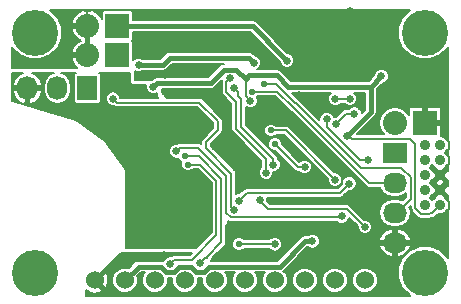
<source format=gbr>
%FSLAX46Y46*%
G04 Gerber Fmt 4.6, Leading zero omitted, Abs format (unit mm)*
G04 Created by KiCad (PCBNEW (2014-08-29 BZR 5106)-product) date Mon 17 Nov 2014 11:31:44 AM PST*
%MOMM*%
G01*
G04 APERTURE LIST*
%ADD10C,0.100000*%
%ADD11R,2.032000X2.032000*%
%ADD12O,2.032000X2.032000*%
%ADD13R,2.032000X1.727200*%
%ADD14O,2.032000X1.727200*%
%ADD15C,1.524000*%
%ADD16C,3.900000*%
%ADD17R,1.727200X2.032000*%
%ADD18O,1.727200X2.032000*%
%ADD19C,0.889000*%
%ADD20C,0.635000*%
%ADD21C,0.558800*%
%ADD22C,0.203200*%
%ADD23C,0.254000*%
%ADD24C,0.381000*%
%ADD25C,0.304800*%
G04 APERTURE END LIST*
D10*
D11*
X111125000Y-106045000D03*
D12*
X108585000Y-106045000D03*
D11*
X111125000Y-103568500D03*
D12*
X108585000Y-103568500D03*
D13*
X134620000Y-114300000D03*
D14*
X134620000Y-116840000D03*
X134620000Y-119380000D03*
X134620000Y-121920000D03*
D15*
X109220000Y-125095000D03*
X111760000Y-125095000D03*
X114300000Y-125095000D03*
X116840000Y-125095000D03*
X119380000Y-125095000D03*
X121920000Y-125095000D03*
X124460000Y-125095000D03*
X127000000Y-125095000D03*
X129540000Y-125095000D03*
X132080000Y-125095000D03*
D11*
X137160000Y-111760000D03*
D12*
X134620000Y-111760000D03*
D16*
X137160000Y-124460000D03*
X104140000Y-124460000D03*
X137160000Y-104140000D03*
X104140000Y-104140000D03*
D17*
X108585000Y-108839000D03*
D18*
X106045000Y-108839000D03*
X103505000Y-108839000D03*
D19*
X138430000Y-118745000D03*
X137160000Y-118745000D03*
X138430000Y-117475000D03*
X137160000Y-117475000D03*
X138430000Y-116205000D03*
X137160000Y-116205000D03*
X138430000Y-114935000D03*
X137160000Y-114935000D03*
X138430000Y-113665000D03*
X137160000Y-113665000D03*
D20*
X113822480Y-102834440D03*
X115189000Y-107706632D03*
X115138200Y-109118893D03*
X126674880Y-114630200D03*
X118881838Y-107052117D03*
X126492000Y-109435900D03*
X124142500Y-106426000D03*
X126428500Y-107950000D03*
X114858800Y-105765600D03*
X113982500Y-105791000D03*
D21*
X119380000Y-104648000D03*
X118682602Y-105537000D03*
D20*
X122428000Y-104648000D03*
X102489000Y-106807000D03*
X131127500Y-117665500D03*
X132651500Y-118808500D03*
X126365000Y-105791000D03*
X127508000Y-103124000D03*
X128587500Y-114173000D03*
X127154290Y-112471190D03*
X133794500Y-109093000D03*
X134620000Y-102997000D03*
X128143000Y-105537000D03*
X131783698Y-110405302D03*
X136906000Y-107950000D03*
X137795000Y-108712000D03*
X122936000Y-120650000D03*
X120904000Y-120650000D03*
X130806638Y-102293037D03*
X134366000Y-106997500D03*
X133350000Y-103936798D03*
X112839500Y-107696000D03*
X138303000Y-121793000D03*
X134239000Y-125349000D03*
X134366000Y-106045000D03*
X125349000Y-116840000D03*
X119380000Y-113792000D03*
X121158000Y-115570000D03*
X120650000Y-114300000D03*
X120650000Y-112649000D03*
X122301000Y-114300000D03*
X128378059Y-116840000D03*
X131318000Y-107569000D03*
X130175000Y-107569000D03*
X124206000Y-110744000D03*
X119662854Y-109254615D03*
X115064589Y-122986800D03*
X132548302Y-112434698D03*
X130683000Y-121666000D03*
X125222000Y-120650000D03*
X124587000Y-118364000D03*
X127635000Y-121793000D03*
X122383581Y-109918500D03*
X130592194Y-112866787D03*
X114173000Y-108712000D03*
X133477000Y-107823000D03*
X129603500Y-111887000D03*
X131191000Y-110998000D03*
X107823000Y-111252000D03*
X110236000Y-113157000D03*
X113351954Y-113660546D03*
X111252000Y-111633000D03*
X118427396Y-111378950D03*
X116078000Y-115189000D03*
X114300000Y-115633500D03*
X112141000Y-115570000D03*
X118618000Y-121158000D03*
X116332000Y-120142000D03*
X114427000Y-120142000D03*
X112141000Y-120015000D03*
X112141000Y-122047000D03*
X114300000Y-122047000D03*
X118618000Y-119126000D03*
X117221000Y-117729000D03*
X115697000Y-118364000D03*
D21*
X116662941Y-112922188D03*
X116594962Y-110672301D03*
X115443000Y-112928390D03*
X114808000Y-112141000D03*
X118872000Y-117348000D03*
D20*
X114808000Y-117475000D03*
X112522000Y-117475000D03*
X113665000Y-118364000D03*
X112649000Y-110871000D03*
X116332000Y-122047000D03*
X117549104Y-116065310D03*
X115570000Y-116522500D03*
X120660087Y-107967581D03*
X123703759Y-116001820D03*
X120970954Y-108832983D03*
X124320320Y-115316000D03*
X122682000Y-106680000D03*
X112909108Y-106860694D03*
D21*
X122553982Y-109119510D03*
X123571000Y-108458000D03*
D20*
X121397312Y-118370525D03*
X130746500Y-116903500D03*
D21*
X117101271Y-115301458D03*
D20*
X115570000Y-123698000D03*
D21*
X116806861Y-114598618D03*
D20*
X118110000Y-123647200D03*
D21*
X121412000Y-122047000D03*
D20*
X124460000Y-122047000D03*
X126974621Y-115500140D03*
D21*
X124463267Y-113582160D03*
D20*
X129540000Y-116586000D03*
D21*
X124121474Y-112415332D03*
D20*
X123190030Y-118336043D03*
X132080000Y-120586500D03*
X130810000Y-109728000D03*
X129565379Y-109738960D03*
X120967500Y-119126000D03*
X110744000Y-109728000D03*
X116078000Y-114173000D03*
X128841500Y-111442500D03*
X132368182Y-114947690D03*
X130111500Y-119684820D03*
X125476000Y-106489500D03*
D22*
X113223040Y-102235000D02*
X113504981Y-102516941D01*
X108585000Y-102235000D02*
X113223040Y-102235000D01*
X113504981Y-102516941D02*
X113822480Y-102834440D01*
X114739988Y-107706632D02*
X115189000Y-107706632D01*
X115273922Y-109254615D02*
X115138200Y-109118893D01*
X112877600Y-107696000D02*
X112888232Y-107706632D01*
X112888232Y-107706632D02*
X114739988Y-107706632D01*
X119662854Y-109254615D02*
X115273922Y-109254615D01*
X138430000Y-117475000D02*
X139065000Y-118110000D01*
X139065000Y-119211448D02*
X139065000Y-119786398D01*
X139065000Y-118110000D02*
X139065000Y-118278552D01*
X139065000Y-118278552D02*
X139174221Y-118387773D01*
X139174221Y-118387773D02*
X139174221Y-119102227D01*
X139174221Y-119102227D02*
X139065000Y-119211448D01*
X139065000Y-119786398D02*
X139115801Y-119837199D01*
X138430000Y-116205000D02*
X139065000Y-115570000D01*
X139065000Y-114131448D02*
X139174221Y-114022227D01*
X139065000Y-115570000D02*
X139065000Y-115401448D01*
X139174221Y-114022227D02*
X139174221Y-113307773D01*
X139065000Y-115401448D02*
X139174221Y-115292227D01*
X139174221Y-115292227D02*
X139174221Y-114577773D01*
X139174221Y-114577773D02*
X139065000Y-114468552D01*
X139065000Y-114468552D02*
X139065000Y-114131448D01*
X139174221Y-113307773D02*
X139065000Y-113198552D01*
X139065000Y-113198552D02*
X139065000Y-112623602D01*
X139065000Y-112623602D02*
X139115801Y-112572801D01*
D23*
X122428000Y-104648000D02*
X122428000Y-104711500D01*
X122428000Y-104711500D02*
X124142500Y-106426000D01*
D22*
X126428500Y-107950000D02*
X125984000Y-107950000D01*
X125984000Y-107950000D02*
X125412500Y-107378500D01*
D24*
X128397000Y-107315000D02*
X129921000Y-107315000D01*
X129921000Y-107315000D02*
X130175000Y-107569000D01*
D22*
X114858800Y-105316588D02*
X114858800Y-105765600D01*
X114858800Y-105305156D02*
X114858800Y-105316588D01*
X114663572Y-105109928D02*
X114858800Y-105305156D01*
X114663572Y-105109928D02*
X114299999Y-105473501D01*
X115260198Y-104513302D02*
X114663572Y-105109928D01*
X114299999Y-105473501D02*
X113982500Y-105791000D01*
X115628988Y-104513302D02*
X115260198Y-104513302D01*
X115316000Y-104394000D02*
X115526297Y-104394000D01*
X115526297Y-104394000D02*
X119126000Y-104394000D01*
X116078000Y-104513302D02*
X115628988Y-104513302D01*
X115628988Y-104513302D02*
X115526297Y-104410611D01*
X115526297Y-104410611D02*
X115526297Y-104394000D01*
X122745499Y-104965499D02*
X122904505Y-104965499D01*
X122428000Y-104648000D02*
X122745499Y-104965499D01*
X122904505Y-104965499D02*
X125050807Y-107111801D01*
X125050807Y-107111801D02*
X125774705Y-107111801D01*
X119126000Y-104394000D02*
X119380000Y-104648000D01*
X132651500Y-118808500D02*
X132270500Y-118808500D01*
X132270500Y-118808500D02*
X131127500Y-117665500D01*
D23*
X132969000Y-123317000D02*
X132969000Y-121894715D01*
D22*
X134442315Y-121894715D02*
X132969000Y-121894715D01*
D23*
X132969000Y-121894715D02*
X132969000Y-121412000D01*
D22*
X134467600Y-121920000D02*
X134442315Y-121894715D01*
X134620000Y-121920000D02*
X134467600Y-121920000D01*
X125158500Y-110744000D02*
X128270001Y-113855501D01*
X124206000Y-110744000D02*
X125158500Y-110744000D01*
X128270001Y-113855501D02*
X128587500Y-114173000D01*
X126365000Y-105410000D02*
X126365000Y-107569000D01*
X126365000Y-107569000D02*
X126428500Y-107632500D01*
X126365000Y-106521506D02*
X126365000Y-105859012D01*
X125774705Y-107111801D02*
X126365000Y-106521506D01*
X126365000Y-105859012D02*
X126365000Y-105410000D01*
X134620000Y-102997000D02*
X134620000Y-105791000D01*
X134620000Y-105791000D02*
X134366000Y-106045000D01*
X133350000Y-103936798D02*
X132450399Y-103936798D01*
X132450399Y-103936798D02*
X130806638Y-102293037D01*
X128016000Y-105270298D02*
X130806638Y-102479660D01*
X130806638Y-102479660D02*
X130806638Y-102293037D01*
X128016000Y-105270298D02*
X126504702Y-105270298D01*
X126504702Y-105270298D02*
X126365000Y-105410000D01*
X137795000Y-108712000D02*
X137668000Y-108712000D01*
X137668000Y-108712000D02*
X136906000Y-107950000D01*
X120904000Y-120650000D02*
X122936000Y-120650000D01*
X133916988Y-106997500D02*
X134366000Y-106997500D01*
X131889500Y-106997500D02*
X133916988Y-106997500D01*
X131318000Y-107569000D02*
X131889500Y-106997500D01*
D23*
X137083810Y-120573810D02*
X138303000Y-121793000D01*
X132969000Y-121412000D02*
X133807190Y-120573810D01*
X133807190Y-120573810D02*
X137083810Y-120573810D01*
X134239000Y-124587000D02*
X132969000Y-123317000D01*
X134239000Y-125349000D02*
X134239000Y-124587000D01*
D22*
X108585000Y-103568500D02*
X108585000Y-102235000D01*
X108585000Y-102235000D02*
X107315000Y-102235000D01*
X107315000Y-102235000D02*
X106870500Y-102679500D01*
D25*
X106997500Y-106045000D02*
X108585000Y-106045000D01*
X106870500Y-102679500D02*
X106870500Y-104330500D01*
X106870500Y-104330500D02*
X106934000Y-104394000D01*
X106934000Y-104394000D02*
X106934000Y-105981500D01*
X106934000Y-105981500D02*
X106997500Y-106045000D01*
D22*
X108585000Y-106045000D02*
X108585000Y-104608160D01*
X108585000Y-104608160D02*
X108585000Y-103505000D01*
X119380000Y-113792000D02*
X121158000Y-115570000D01*
X122301000Y-114300000D02*
X120650000Y-112649000D01*
X125349000Y-116840000D02*
X128378059Y-116840000D01*
X130175000Y-107569000D02*
X131318000Y-107569000D01*
X119980353Y-109572114D02*
X119662854Y-109254615D01*
X120650000Y-110241761D02*
X119980353Y-109572114D01*
X120650000Y-112649000D02*
X120650000Y-110241761D01*
X111328200Y-122986800D02*
X115064589Y-122986800D01*
X109220000Y-125095000D02*
X111328200Y-122986800D01*
X133794500Y-109542012D02*
X133350000Y-109986512D01*
X133794500Y-109093000D02*
X133794500Y-109542012D01*
X133350000Y-111075214D02*
X132548302Y-111876912D01*
X132548302Y-111876912D02*
X132548302Y-112434698D01*
X133350000Y-109986512D02*
X133350000Y-111075214D01*
X130683000Y-121666000D02*
X129667000Y-120650000D01*
X122936000Y-120650000D02*
X125222000Y-120650000D01*
X129667000Y-120650000D02*
X125671012Y-120650000D01*
X125671012Y-120650000D02*
X125222000Y-120650000D01*
X131127500Y-117665500D02*
X130429000Y-118364000D01*
X130429000Y-118364000D02*
X125036012Y-118364000D01*
X125036012Y-118364000D02*
X124587000Y-118364000D01*
D24*
X120180229Y-107256380D02*
X121158226Y-107256380D01*
X121158226Y-107256380D02*
X121969183Y-108067337D01*
X119023856Y-108412753D02*
X120180229Y-107256380D01*
X114472247Y-108412753D02*
X119023856Y-108412753D01*
X114173000Y-108712000D02*
X114472247Y-108412753D01*
D22*
X130592194Y-112866787D02*
X130710287Y-112866787D01*
X137744199Y-119430801D02*
X138049001Y-119125999D01*
X130710287Y-112866787D02*
X130964286Y-113120786D01*
X130964286Y-113120786D02*
X135869028Y-113120786D01*
X136347220Y-113598978D02*
X136347220Y-118948220D01*
X138049001Y-119125999D02*
X138430000Y-118745000D01*
X135869028Y-113120786D02*
X136347220Y-113598978D01*
X136347220Y-118948220D02*
X136415779Y-119016779D01*
X136415779Y-119102227D02*
X136802773Y-119489221D01*
X136415779Y-119016779D02*
X136415779Y-119102227D01*
X136802773Y-119489221D02*
X137517227Y-119489221D01*
X137517227Y-119489221D02*
X137575647Y-119430801D01*
X137575647Y-119430801D02*
X137744199Y-119430801D01*
D24*
X124631942Y-107740942D02*
X125595379Y-108704379D01*
X132580379Y-108704379D02*
X132588000Y-108712000D01*
X121969183Y-108067337D02*
X122295578Y-107740942D01*
X122295578Y-107740942D02*
X124631942Y-107740942D01*
X125595379Y-108704379D02*
X132580379Y-108704379D01*
X111760000Y-125095000D02*
X112915701Y-123939299D01*
X118414800Y-124409200D02*
X118884701Y-123939299D01*
X112915701Y-123939299D02*
X114795299Y-123939299D01*
X114795299Y-123939299D02*
X115265201Y-124409201D01*
X115265201Y-124409201D02*
X115874799Y-124409201D01*
X117335299Y-123939299D02*
X117805200Y-124409200D01*
X124853701Y-123939299D02*
X127000000Y-121793000D01*
X127127000Y-121793000D02*
X127635000Y-121793000D01*
X115874799Y-124409201D02*
X116344701Y-123939299D01*
X116344701Y-123939299D02*
X117335299Y-123939299D01*
X117805200Y-124409200D02*
X118414800Y-124409200D01*
X118884701Y-123939299D02*
X124853701Y-123939299D01*
X127000000Y-121793000D02*
X127127000Y-121793000D01*
D22*
X122383581Y-109918500D02*
X121969183Y-109504102D01*
X121969183Y-109504102D02*
X121969183Y-108067337D01*
D24*
X132588000Y-110870981D02*
X130909693Y-112549288D01*
X130909693Y-112549288D02*
X130592194Y-112866787D01*
X132588000Y-108712000D02*
X132588000Y-110870981D01*
X132588000Y-108712000D02*
X133477000Y-107823000D01*
D22*
X131191000Y-110998000D02*
X130492500Y-110998000D01*
X130492500Y-110998000D02*
X129920999Y-111569501D01*
X129920999Y-111569501D02*
X129603500Y-111887000D01*
X108272012Y-111252000D02*
X107823000Y-111252000D01*
X108331000Y-111252000D02*
X108272012Y-111252000D01*
X110236000Y-113157000D02*
X108331000Y-111252000D01*
X113279546Y-113660546D02*
X113351954Y-113660546D01*
X111252000Y-111633000D02*
X113279546Y-113660546D01*
X114300000Y-115633500D02*
X115633500Y-115633500D01*
X115633500Y-115633500D02*
X116078000Y-115189000D01*
X115443000Y-112928390D02*
X115163601Y-113207789D01*
X115163601Y-113207789D02*
X114503211Y-113207789D01*
X114503211Y-113207789D02*
X112141000Y-115570000D01*
X118300501Y-121475499D02*
X118618000Y-121158000D01*
X117729000Y-122047000D02*
X118300501Y-121475499D01*
X116332000Y-122047000D02*
X117729000Y-122047000D01*
X116332000Y-120142000D02*
X116649499Y-119824501D01*
X116649499Y-119824501D02*
X116649499Y-119316499D01*
X116649499Y-119316499D02*
X116014499Y-118681499D01*
X116014499Y-118681499D02*
X115697000Y-118364000D01*
X112141000Y-120015000D02*
X112590012Y-120015000D01*
X112590012Y-120015000D02*
X112717012Y-120142000D01*
X112717012Y-120142000D02*
X114427000Y-120142000D01*
X114300000Y-122047000D02*
X112141000Y-122047000D01*
X117221000Y-117729000D02*
X118618000Y-119126000D01*
X117221000Y-117729000D02*
X116332000Y-117729000D01*
X116332000Y-117729000D02*
X115697000Y-118364000D01*
X115697000Y-118364000D02*
X114808000Y-117475000D01*
X116656739Y-112922188D02*
X116662941Y-112922188D01*
X116594962Y-112854209D02*
X116662941Y-112922188D01*
X116594962Y-110672301D02*
X116594962Y-112854209D01*
X116637551Y-112903000D02*
X116656739Y-112922188D01*
X115443000Y-112776000D02*
X114808000Y-112141000D01*
X115443000Y-112928390D02*
X115443000Y-112776000D01*
X117314461Y-116058592D02*
X116533053Y-116840000D01*
X117709592Y-116058592D02*
X117314461Y-116058592D01*
X112776000Y-117475000D02*
X113665000Y-118364000D01*
X112522000Y-117475000D02*
X112776000Y-117475000D01*
X112649000Y-110871000D02*
X113919000Y-110871000D01*
X113919000Y-111252000D02*
X114808000Y-112141000D01*
X113919000Y-110871000D02*
X113919000Y-111252000D01*
X123698000Y-115996061D02*
X123703759Y-116001820D01*
X123698000Y-114811250D02*
X123698000Y-115996061D01*
X121157980Y-112271230D02*
X123698000Y-114811250D01*
X121157979Y-109974203D02*
X121157980Y-112271230D01*
X120342588Y-108285080D02*
X120342588Y-109158812D01*
X120342588Y-109158812D02*
X121157979Y-109974203D01*
X120660087Y-107967581D02*
X120342588Y-108285080D01*
X124320320Y-114858820D02*
X124320320Y-114866988D01*
X124320320Y-114866988D02*
X124320320Y-115316000D01*
X121564389Y-109729900D02*
X121564389Y-112102889D01*
X120970954Y-108832983D02*
X121288453Y-109150482D01*
X121288453Y-109453964D02*
X121564389Y-109729900D01*
X121288453Y-109150482D02*
X121288453Y-109453964D01*
X121564389Y-112102889D02*
X124320320Y-114858820D01*
D24*
X122682000Y-106680000D02*
X122270520Y-106268520D01*
X122270520Y-106268520D02*
X115535966Y-106268520D01*
X115535966Y-106268520D02*
X114943792Y-106860694D01*
X114943792Y-106860694D02*
X113358120Y-106860694D01*
X113358120Y-106860694D02*
X112909108Y-106860694D01*
D22*
X124656456Y-109119510D02*
X122949113Y-109119510D01*
X134620000Y-116840000D02*
X132422494Y-116840000D01*
X126075045Y-110492551D02*
X126029496Y-110492550D01*
X122949113Y-109119510D02*
X122553982Y-109119510D01*
X132422494Y-116840000D02*
X126075045Y-110492551D01*
X126029496Y-110492550D02*
X124656456Y-109119510D01*
X124562512Y-108458000D02*
X123966131Y-108458000D01*
X126195733Y-110091221D02*
X124562512Y-108458000D01*
X135940810Y-116356029D02*
X135154781Y-115570000D01*
X134620000Y-119380000D02*
X134772400Y-119380000D01*
X135154781Y-115570000D02*
X131727244Y-115570000D01*
X134772400Y-119380000D02*
X135940810Y-118211590D01*
X135940810Y-118211590D02*
X135940810Y-116356029D01*
X126248465Y-110091221D02*
X126195733Y-110091221D01*
X131727244Y-115570000D02*
X126248465Y-110091221D01*
X123966131Y-108458000D02*
X123571000Y-108458000D01*
X122054095Y-117713742D02*
X121714811Y-118053026D01*
X130746500Y-116903500D02*
X129936258Y-117713742D01*
X121714811Y-118053026D02*
X121397312Y-118370525D01*
X129936258Y-117713742D02*
X122054095Y-117713742D01*
X115570000Y-123698000D02*
X115887500Y-123380500D01*
X115887500Y-123380500D02*
X117411500Y-123380500D01*
X117411500Y-123380500D02*
X119507000Y-121285000D01*
X119507000Y-121285000D02*
X119507000Y-116713000D01*
X119507000Y-116713000D02*
X118095458Y-115301458D01*
X118095458Y-115301458D02*
X117101271Y-115301458D01*
X116806861Y-114598618D02*
X118021118Y-114598618D01*
X119913409Y-121894591D02*
X118681499Y-123126501D01*
X118021118Y-114598618D02*
X119913409Y-116490909D01*
X119913409Y-116490909D02*
X119913409Y-121894591D01*
X118745000Y-123190000D02*
X118681499Y-123126501D01*
X118632245Y-123126501D02*
X118681499Y-123126501D01*
X118111546Y-123647200D02*
X118632245Y-123126501D01*
X118110000Y-123647200D02*
X118111546Y-123647200D01*
X121412000Y-122047000D02*
X124460000Y-122047000D01*
X126525609Y-115500140D02*
X126974621Y-115500140D01*
X124463267Y-113582160D02*
X126381247Y-115500140D01*
X126381247Y-115500140D02*
X126525609Y-115500140D01*
X129540000Y-116586000D02*
X125369332Y-112415332D01*
X125369332Y-112415332D02*
X124516605Y-112415332D01*
X124516605Y-112415332D02*
X124121474Y-112415332D01*
X123190030Y-118364030D02*
X123190030Y-118336043D01*
X123888500Y-119062500D02*
X123190030Y-118364030D01*
X130556000Y-119062500D02*
X123888500Y-119062500D01*
X132080000Y-120586500D02*
X130556000Y-119062500D01*
X130799040Y-109738960D02*
X130810000Y-109728000D01*
X129565379Y-109738960D02*
X130799040Y-109738960D01*
X129667000Y-109728000D02*
X130810000Y-109728000D01*
X119634000Y-112395000D02*
X119634000Y-111633000D01*
X118618000Y-113919000D02*
X118618000Y-113411000D01*
X120772202Y-118930702D02*
X120772202Y-116073202D01*
X119634000Y-111633000D02*
X118046499Y-110045499D01*
X120772202Y-116073202D02*
X118618000Y-113919000D01*
X120967500Y-119126000D02*
X120772202Y-118930702D01*
X118046499Y-110045499D02*
X111061499Y-110045499D01*
X118618000Y-113411000D02*
X119634000Y-112395000D01*
X111061499Y-110045499D02*
X110744000Y-109728000D01*
X131679684Y-114947690D02*
X131919170Y-114947690D01*
X128841500Y-111442500D02*
X128841500Y-112109506D01*
X128841500Y-112109506D02*
X131679684Y-114947690D01*
X131919170Y-114947690D02*
X132368182Y-114947690D01*
X130035320Y-119761000D02*
X130111500Y-119684820D01*
X120713500Y-119761000D02*
X130035320Y-119761000D01*
X120319819Y-119367319D02*
X120713500Y-119761000D01*
X117919501Y-113855501D02*
X120319819Y-116255819D01*
X120319819Y-116255819D02*
X120319819Y-119367319D01*
X116395499Y-113855501D02*
X117919501Y-113855501D01*
X116078000Y-114173000D02*
X116395499Y-113855501D01*
D24*
X125158501Y-106172001D02*
X125476000Y-106489500D01*
X122580401Y-103593901D02*
X125158501Y-106172001D01*
X112547401Y-103593901D02*
X122580401Y-103593901D01*
X111125000Y-103568500D02*
X112522000Y-103568500D01*
X112522000Y-103568500D02*
X112547401Y-103593901D01*
D22*
G36*
X119227600Y-112226664D02*
X118330632Y-113123632D01*
X118242535Y-113255477D01*
X118211600Y-113411000D01*
X118211600Y-113546716D01*
X118196866Y-113561449D01*
X118075024Y-113480036D01*
X117919501Y-113449101D01*
X116395499Y-113449101D01*
X116239976Y-113480036D01*
X116134148Y-113550748D01*
X115954760Y-113550592D01*
X115725956Y-113645132D01*
X115550747Y-113820035D01*
X115455808Y-114048674D01*
X115455592Y-114296240D01*
X115550132Y-114525044D01*
X115725035Y-114700253D01*
X115953674Y-114795192D01*
X116201240Y-114795408D01*
X116248072Y-114776057D01*
X116311312Y-114929108D01*
X116475506Y-115093590D01*
X116543329Y-115121752D01*
X116517173Y-115184744D01*
X116516970Y-115417153D01*
X116605722Y-115631948D01*
X116769916Y-115796430D01*
X116984557Y-115885556D01*
X117216966Y-115885759D01*
X117431761Y-115797007D01*
X117521066Y-115707858D01*
X117927122Y-115707858D01*
X119100600Y-116881336D01*
X119100600Y-121039716D01*
X117813916Y-122326400D01*
X116332000Y-122326400D01*
X111861600Y-122326400D01*
X111861600Y-122174000D01*
X111861600Y-121920000D01*
X111861600Y-115790611D01*
X110054662Y-113338338D01*
X107615168Y-111540816D01*
X104709190Y-110662264D01*
X104709190Y-109182125D01*
X104635300Y-108991400D01*
X103657400Y-108991400D01*
X103657400Y-110111379D01*
X103844753Y-110162304D01*
X104221628Y-109977753D01*
X104544539Y-109628430D01*
X104709190Y-109182125D01*
X104709190Y-110662264D01*
X103352600Y-110252133D01*
X103352600Y-110111379D01*
X103352600Y-108991400D01*
X102374700Y-108991400D01*
X102300810Y-109182125D01*
X102465461Y-109628430D01*
X102788372Y-109977753D01*
X103165247Y-110162304D01*
X103352600Y-110111379D01*
X103352600Y-110252133D01*
X102209600Y-109906575D01*
X102209600Y-107543600D01*
X103108263Y-107543600D01*
X102788372Y-107700247D01*
X102465461Y-108049570D01*
X102300810Y-108495875D01*
X102374700Y-108686600D01*
X103352600Y-108686600D01*
X103352600Y-108666600D01*
X103657400Y-108666600D01*
X103657400Y-108686600D01*
X104635300Y-108686600D01*
X104709190Y-108495875D01*
X104544539Y-108049570D01*
X104221628Y-107700247D01*
X103901736Y-107543600D01*
X105787217Y-107543600D01*
X105597873Y-107581263D01*
X105218816Y-107834540D01*
X104965539Y-108213597D01*
X104876600Y-108660724D01*
X104876600Y-109017276D01*
X104965539Y-109464403D01*
X105218816Y-109843460D01*
X105597873Y-110096737D01*
X106045000Y-110185676D01*
X106492127Y-110096737D01*
X106871184Y-109843460D01*
X107124461Y-109464403D01*
X107213400Y-109017276D01*
X107213400Y-108660724D01*
X107124461Y-108213597D01*
X106871184Y-107834540D01*
X106492127Y-107581263D01*
X106302782Y-107543600D01*
X107599450Y-107543600D01*
X107548745Y-107564603D01*
X107463003Y-107650344D01*
X107416600Y-107762371D01*
X107416600Y-107883628D01*
X107416600Y-109915628D01*
X107463003Y-110027655D01*
X107548744Y-110113397D01*
X107660771Y-110159800D01*
X107782028Y-110159800D01*
X109509228Y-110159800D01*
X109621255Y-110113397D01*
X109706997Y-110027656D01*
X109753400Y-109915629D01*
X109753400Y-109794372D01*
X109753400Y-107762372D01*
X109706997Y-107650345D01*
X109621256Y-107564603D01*
X109570550Y-107543600D01*
X112166400Y-107543600D01*
X112166400Y-108373084D01*
X112217200Y-108423884D01*
X112217200Y-108508800D01*
X112302116Y-108508800D01*
X112352916Y-108559600D01*
X113562465Y-108559600D01*
X113550808Y-108587674D01*
X113550592Y-108835240D01*
X113645132Y-109064044D01*
X113820035Y-109239253D01*
X114048674Y-109334192D01*
X114296240Y-109334408D01*
X114452400Y-109269883D01*
X114452400Y-109516084D01*
X114575415Y-109639099D01*
X111366378Y-109639099D01*
X111366408Y-109604760D01*
X111271868Y-109375956D01*
X111096965Y-109200747D01*
X110868326Y-109105808D01*
X110620760Y-109105592D01*
X110391956Y-109200132D01*
X110216747Y-109375035D01*
X110121808Y-109603674D01*
X110121592Y-109851240D01*
X110216132Y-110080044D01*
X110391035Y-110255253D01*
X110619674Y-110350192D01*
X110800295Y-110350349D01*
X110905976Y-110420964D01*
X111061499Y-110451899D01*
X117878162Y-110451899D01*
X119227600Y-111801336D01*
X119227600Y-112226664D01*
X119227600Y-112226664D01*
G37*
X119227600Y-112226664D02*
X118330632Y-113123632D01*
X118242535Y-113255477D01*
X118211600Y-113411000D01*
X118211600Y-113546716D01*
X118196866Y-113561449D01*
X118075024Y-113480036D01*
X117919501Y-113449101D01*
X116395499Y-113449101D01*
X116239976Y-113480036D01*
X116134148Y-113550748D01*
X115954760Y-113550592D01*
X115725956Y-113645132D01*
X115550747Y-113820035D01*
X115455808Y-114048674D01*
X115455592Y-114296240D01*
X115550132Y-114525044D01*
X115725035Y-114700253D01*
X115953674Y-114795192D01*
X116201240Y-114795408D01*
X116248072Y-114776057D01*
X116311312Y-114929108D01*
X116475506Y-115093590D01*
X116543329Y-115121752D01*
X116517173Y-115184744D01*
X116516970Y-115417153D01*
X116605722Y-115631948D01*
X116769916Y-115796430D01*
X116984557Y-115885556D01*
X117216966Y-115885759D01*
X117431761Y-115797007D01*
X117521066Y-115707858D01*
X117927122Y-115707858D01*
X119100600Y-116881336D01*
X119100600Y-121039716D01*
X117813916Y-122326400D01*
X116332000Y-122326400D01*
X111861600Y-122326400D01*
X111861600Y-122174000D01*
X111861600Y-121920000D01*
X111861600Y-115790611D01*
X110054662Y-113338338D01*
X107615168Y-111540816D01*
X104709190Y-110662264D01*
X104709190Y-109182125D01*
X104635300Y-108991400D01*
X103657400Y-108991400D01*
X103657400Y-110111379D01*
X103844753Y-110162304D01*
X104221628Y-109977753D01*
X104544539Y-109628430D01*
X104709190Y-109182125D01*
X104709190Y-110662264D01*
X103352600Y-110252133D01*
X103352600Y-110111379D01*
X103352600Y-108991400D01*
X102374700Y-108991400D01*
X102300810Y-109182125D01*
X102465461Y-109628430D01*
X102788372Y-109977753D01*
X103165247Y-110162304D01*
X103352600Y-110111379D01*
X103352600Y-110252133D01*
X102209600Y-109906575D01*
X102209600Y-107543600D01*
X103108263Y-107543600D01*
X102788372Y-107700247D01*
X102465461Y-108049570D01*
X102300810Y-108495875D01*
X102374700Y-108686600D01*
X103352600Y-108686600D01*
X103352600Y-108666600D01*
X103657400Y-108666600D01*
X103657400Y-108686600D01*
X104635300Y-108686600D01*
X104709190Y-108495875D01*
X104544539Y-108049570D01*
X104221628Y-107700247D01*
X103901736Y-107543600D01*
X105787217Y-107543600D01*
X105597873Y-107581263D01*
X105218816Y-107834540D01*
X104965539Y-108213597D01*
X104876600Y-108660724D01*
X104876600Y-109017276D01*
X104965539Y-109464403D01*
X105218816Y-109843460D01*
X105597873Y-110096737D01*
X106045000Y-110185676D01*
X106492127Y-110096737D01*
X106871184Y-109843460D01*
X107124461Y-109464403D01*
X107213400Y-109017276D01*
X107213400Y-108660724D01*
X107124461Y-108213597D01*
X106871184Y-107834540D01*
X106492127Y-107581263D01*
X106302782Y-107543600D01*
X107599450Y-107543600D01*
X107548745Y-107564603D01*
X107463003Y-107650344D01*
X107416600Y-107762371D01*
X107416600Y-107883628D01*
X107416600Y-109915628D01*
X107463003Y-110027655D01*
X107548744Y-110113397D01*
X107660771Y-110159800D01*
X107782028Y-110159800D01*
X109509228Y-110159800D01*
X109621255Y-110113397D01*
X109706997Y-110027656D01*
X109753400Y-109915629D01*
X109753400Y-109794372D01*
X109753400Y-107762372D01*
X109706997Y-107650345D01*
X109621256Y-107564603D01*
X109570550Y-107543600D01*
X112166400Y-107543600D01*
X112166400Y-108373084D01*
X112217200Y-108423884D01*
X112217200Y-108508800D01*
X112302116Y-108508800D01*
X112352916Y-108559600D01*
X113562465Y-108559600D01*
X113550808Y-108587674D01*
X113550592Y-108835240D01*
X113645132Y-109064044D01*
X113820035Y-109239253D01*
X114048674Y-109334192D01*
X114296240Y-109334408D01*
X114452400Y-109269883D01*
X114452400Y-109516084D01*
X114575415Y-109639099D01*
X111366378Y-109639099D01*
X111366408Y-109604760D01*
X111271868Y-109375956D01*
X111096965Y-109200747D01*
X110868326Y-109105808D01*
X110620760Y-109105592D01*
X110391956Y-109200132D01*
X110216747Y-109375035D01*
X110121808Y-109603674D01*
X110121592Y-109851240D01*
X110216132Y-110080044D01*
X110391035Y-110255253D01*
X110619674Y-110350192D01*
X110800295Y-110350349D01*
X110905976Y-110420964D01*
X111061499Y-110451899D01*
X117878162Y-110451899D01*
X119227600Y-111801336D01*
X119227600Y-112226664D01*
G36*
X108757400Y-106197400D02*
X108737400Y-106197400D01*
X108737400Y-106217400D01*
X108432600Y-106217400D01*
X108432600Y-106197400D01*
X108432600Y-105892600D01*
X108432600Y-104842720D01*
X108432600Y-104770780D01*
X108432600Y-103720900D01*
X107311386Y-103720900D01*
X107262516Y-103932261D01*
X107392634Y-104246427D01*
X107742829Y-104651122D01*
X108053214Y-104806750D01*
X107742829Y-104962378D01*
X107392634Y-105367073D01*
X107262516Y-105681239D01*
X107311386Y-105892600D01*
X108432600Y-105892600D01*
X108432600Y-106197400D01*
X107311386Y-106197400D01*
X107262516Y-106408761D01*
X107392634Y-106722927D01*
X107707158Y-107086400D01*
X102209600Y-107086400D01*
X102209600Y-105372592D01*
X102227359Y-105415573D01*
X102861091Y-106050412D01*
X103689525Y-106394408D01*
X104586540Y-106395190D01*
X105415573Y-106052641D01*
X106050412Y-105418909D01*
X106394408Y-104590475D01*
X106395190Y-103693460D01*
X106052641Y-102864427D01*
X105418909Y-102229588D01*
X105370772Y-102209600D01*
X108432598Y-102209600D01*
X108432598Y-102294279D01*
X108221237Y-102246003D01*
X107742829Y-102485878D01*
X107392634Y-102890573D01*
X107262516Y-103204739D01*
X107311386Y-103416100D01*
X108432600Y-103416100D01*
X108432600Y-103396100D01*
X108737400Y-103396100D01*
X108737400Y-103416100D01*
X108757400Y-103416100D01*
X108757400Y-103720900D01*
X108737400Y-103720900D01*
X108737400Y-104770780D01*
X108737400Y-104842720D01*
X108737400Y-105892600D01*
X108757400Y-105892600D01*
X108757400Y-106197400D01*
X108757400Y-106197400D01*
G37*
X108757400Y-106197400D02*
X108737400Y-106197400D01*
X108737400Y-106217400D01*
X108432600Y-106217400D01*
X108432600Y-106197400D01*
X108432600Y-105892600D01*
X108432600Y-104842720D01*
X108432600Y-104770780D01*
X108432600Y-103720900D01*
X107311386Y-103720900D01*
X107262516Y-103932261D01*
X107392634Y-104246427D01*
X107742829Y-104651122D01*
X108053214Y-104806750D01*
X107742829Y-104962378D01*
X107392634Y-105367073D01*
X107262516Y-105681239D01*
X107311386Y-105892600D01*
X108432600Y-105892600D01*
X108432600Y-106197400D01*
X107311386Y-106197400D01*
X107262516Y-106408761D01*
X107392634Y-106722927D01*
X107707158Y-107086400D01*
X102209600Y-107086400D01*
X102209600Y-105372592D01*
X102227359Y-105415573D01*
X102861091Y-106050412D01*
X103689525Y-106394408D01*
X104586540Y-106395190D01*
X105415573Y-106052641D01*
X106050412Y-105418909D01*
X106394408Y-104590475D01*
X106395190Y-103693460D01*
X106052641Y-102864427D01*
X105418909Y-102229588D01*
X105370772Y-102209600D01*
X108432598Y-102209600D01*
X108432598Y-102294279D01*
X108221237Y-102246003D01*
X107742829Y-102485878D01*
X107392634Y-102890573D01*
X107262516Y-103204739D01*
X107311386Y-103416100D01*
X108432600Y-103416100D01*
X108432600Y-103396100D01*
X108737400Y-103396100D01*
X108737400Y-103416100D01*
X108757400Y-103416100D01*
X108757400Y-103720900D01*
X108737400Y-103720900D01*
X108737400Y-104770780D01*
X108737400Y-104842720D01*
X108737400Y-105892600D01*
X108757400Y-105892600D01*
X108757400Y-106197400D01*
G36*
X120166453Y-106763820D02*
X119990685Y-106798782D01*
X119829999Y-106906150D01*
X118818695Y-107917453D01*
X114472247Y-107917453D01*
X114282703Y-107955155D01*
X114122017Y-108062523D01*
X114094908Y-108089631D01*
X114049760Y-108089592D01*
X114018762Y-108102400D01*
X112623600Y-108102400D01*
X112623600Y-107415957D01*
X112784782Y-107482886D01*
X113032348Y-107483102D01*
X113261152Y-107388562D01*
X113293776Y-107355994D01*
X113358120Y-107355994D01*
X114943792Y-107355994D01*
X115133335Y-107318292D01*
X115133336Y-107318292D01*
X115294022Y-107210924D01*
X115741126Y-106763820D01*
X120166453Y-106763820D01*
X120166453Y-106763820D01*
G37*
X120166453Y-106763820D02*
X119990685Y-106798782D01*
X119829999Y-106906150D01*
X118818695Y-107917453D01*
X114472247Y-107917453D01*
X114282703Y-107955155D01*
X114122017Y-108062523D01*
X114094908Y-108089631D01*
X114049760Y-108089592D01*
X114018762Y-108102400D01*
X112623600Y-108102400D01*
X112623600Y-107415957D01*
X112784782Y-107482886D01*
X113032348Y-107483102D01*
X113261152Y-107388562D01*
X113293776Y-107355994D01*
X113358120Y-107355994D01*
X114943792Y-107355994D01*
X115133335Y-107318292D01*
X115133336Y-107318292D01*
X115294022Y-107210924D01*
X115741126Y-106763820D01*
X120166453Y-106763820D01*
G36*
X132092700Y-110665821D02*
X131813346Y-110945174D01*
X131813408Y-110874760D01*
X131718868Y-110645956D01*
X131543965Y-110470747D01*
X131315326Y-110375808D01*
X131067760Y-110375592D01*
X130838956Y-110470132D01*
X130717275Y-110591600D01*
X130492500Y-110591600D01*
X130336977Y-110622535D01*
X130205131Y-110710632D01*
X129651022Y-111264740D01*
X129480260Y-111264592D01*
X129446998Y-111278335D01*
X129369368Y-111090456D01*
X129194465Y-110915247D01*
X128965826Y-110820308D01*
X128718260Y-110820092D01*
X128489456Y-110914632D01*
X128314247Y-111089535D01*
X128219308Y-111318174D01*
X128219160Y-111487180D01*
X126535833Y-109803853D01*
X126403988Y-109715756D01*
X126392773Y-109713525D01*
X125878927Y-109199679D01*
X129240956Y-109199679D01*
X129213335Y-109211092D01*
X129038126Y-109385995D01*
X128943187Y-109614634D01*
X128942971Y-109862200D01*
X129037511Y-110091004D01*
X129212414Y-110266213D01*
X129441053Y-110361152D01*
X129688619Y-110361368D01*
X129917423Y-110266828D01*
X130039103Y-110145360D01*
X130347333Y-110145360D01*
X130457035Y-110255253D01*
X130685674Y-110350192D01*
X130933240Y-110350408D01*
X131162044Y-110255868D01*
X131337253Y-110080965D01*
X131432192Y-109852326D01*
X131432408Y-109604760D01*
X131337868Y-109375956D01*
X131162965Y-109200747D01*
X131160392Y-109199679D01*
X132092700Y-109199679D01*
X132092700Y-110665821D01*
X132092700Y-110665821D01*
G37*
X132092700Y-110665821D02*
X131813346Y-110945174D01*
X131813408Y-110874760D01*
X131718868Y-110645956D01*
X131543965Y-110470747D01*
X131315326Y-110375808D01*
X131067760Y-110375592D01*
X130838956Y-110470132D01*
X130717275Y-110591600D01*
X130492500Y-110591600D01*
X130336977Y-110622535D01*
X130205131Y-110710632D01*
X129651022Y-111264740D01*
X129480260Y-111264592D01*
X129446998Y-111278335D01*
X129369368Y-111090456D01*
X129194465Y-110915247D01*
X128965826Y-110820308D01*
X128718260Y-110820092D01*
X128489456Y-110914632D01*
X128314247Y-111089535D01*
X128219308Y-111318174D01*
X128219160Y-111487180D01*
X126535833Y-109803853D01*
X126403988Y-109715756D01*
X126392773Y-109713525D01*
X125878927Y-109199679D01*
X129240956Y-109199679D01*
X129213335Y-109211092D01*
X129038126Y-109385995D01*
X128943187Y-109614634D01*
X128942971Y-109862200D01*
X129037511Y-110091004D01*
X129212414Y-110266213D01*
X129441053Y-110361152D01*
X129688619Y-110361368D01*
X129917423Y-110266828D01*
X130039103Y-110145360D01*
X130347333Y-110145360D01*
X130457035Y-110255253D01*
X130685674Y-110350192D01*
X130933240Y-110350408D01*
X131162044Y-110255868D01*
X131337253Y-110080965D01*
X131432192Y-109852326D01*
X131432408Y-109604760D01*
X131337868Y-109375956D01*
X131162965Y-109200747D01*
X131160392Y-109199679D01*
X132092700Y-109199679D01*
X132092700Y-110665821D01*
G36*
X139090400Y-113301140D02*
X139065596Y-113241110D01*
X138854999Y-113030144D01*
X138579699Y-112915830D01*
X138503006Y-112915763D01*
X138531600Y-112846733D01*
X138531600Y-112705267D01*
X138531600Y-112001300D01*
X138531600Y-111518700D01*
X138531600Y-110814733D01*
X138531600Y-110673267D01*
X138477463Y-110542569D01*
X138377431Y-110442537D01*
X138246733Y-110388400D01*
X137401300Y-110388400D01*
X137312400Y-110477300D01*
X137312400Y-111607600D01*
X138442700Y-111607600D01*
X138531600Y-111518700D01*
X138531600Y-112001300D01*
X138442700Y-111912400D01*
X137312400Y-111912400D01*
X137312400Y-111932400D01*
X137007600Y-111932400D01*
X137007600Y-111912400D01*
X136987600Y-111912400D01*
X136987600Y-111607600D01*
X137007600Y-111607600D01*
X137007600Y-110477300D01*
X136918700Y-110388400D01*
X136073267Y-110388400D01*
X135942569Y-110442537D01*
X135842537Y-110542569D01*
X135788400Y-110673267D01*
X135788400Y-110814733D01*
X135788400Y-111138211D01*
X135579823Y-110826053D01*
X135151324Y-110539740D01*
X134645876Y-110439200D01*
X134594124Y-110439200D01*
X134088676Y-110539740D01*
X133660177Y-110826053D01*
X133373864Y-111254552D01*
X133273324Y-111760000D01*
X133373864Y-112265448D01*
X133660177Y-112693947D01*
X133690766Y-112714386D01*
X131445054Y-112714386D01*
X132938230Y-111221211D01*
X133045598Y-111060524D01*
X133083300Y-110870981D01*
X133083300Y-108917160D01*
X133555091Y-108445368D01*
X133600240Y-108445408D01*
X133829044Y-108350868D01*
X134004253Y-108175965D01*
X134099192Y-107947326D01*
X134099408Y-107699760D01*
X134004868Y-107470956D01*
X133829965Y-107295747D01*
X133601326Y-107200808D01*
X133353760Y-107200592D01*
X133124956Y-107295132D01*
X132949747Y-107470035D01*
X132854808Y-107698674D01*
X132854767Y-107744772D01*
X132390461Y-108209079D01*
X125800539Y-108209079D01*
X124982172Y-107390712D01*
X124821486Y-107283344D01*
X124631942Y-107245642D01*
X122942624Y-107245642D01*
X123034044Y-107207868D01*
X123209253Y-107032965D01*
X123304192Y-106804326D01*
X123304408Y-106556760D01*
X123209868Y-106327956D01*
X123034965Y-106152747D01*
X122806326Y-106057808D01*
X122760227Y-106057767D01*
X122620750Y-105918290D01*
X122460064Y-105810922D01*
X122270520Y-105773220D01*
X115535966Y-105773220D01*
X115346423Y-105810922D01*
X115185736Y-105918290D01*
X114738632Y-106365394D01*
X113358120Y-106365394D01*
X113293970Y-106365394D01*
X113262073Y-106333441D01*
X113033434Y-106238502D01*
X112785868Y-106238286D01*
X112557064Y-106332826D01*
X112445800Y-106443895D01*
X112445800Y-104968372D01*
X112399397Y-104856345D01*
X112349802Y-104806749D01*
X112399397Y-104757156D01*
X112445800Y-104645129D01*
X112445800Y-104523872D01*
X112445800Y-104068991D01*
X112547401Y-104089201D01*
X122375241Y-104089201D01*
X124808271Y-106522231D01*
X124853631Y-106567591D01*
X124853592Y-106612740D01*
X124948132Y-106841544D01*
X125123035Y-107016753D01*
X125351674Y-107111692D01*
X125599240Y-107111908D01*
X125828044Y-107017368D01*
X126003253Y-106842465D01*
X126098192Y-106613826D01*
X126098408Y-106366260D01*
X126003868Y-106137456D01*
X125828965Y-105962247D01*
X125600326Y-105867308D01*
X125554227Y-105867267D01*
X125508731Y-105821771D01*
X122930631Y-103243671D01*
X122769945Y-103136303D01*
X122580401Y-103098601D01*
X112649701Y-103098601D01*
X112522000Y-103073200D01*
X112445800Y-103073200D01*
X112445800Y-102491872D01*
X112399397Y-102379845D01*
X112313656Y-102294103D01*
X112201629Y-102247700D01*
X112080372Y-102247700D01*
X110048372Y-102247700D01*
X109936345Y-102294103D01*
X109850603Y-102379844D01*
X109804200Y-102491871D01*
X109804200Y-102613128D01*
X109804200Y-102955362D01*
X109777366Y-102890573D01*
X109427171Y-102485878D01*
X108948763Y-102246003D01*
X108737402Y-102294279D01*
X108737402Y-102209600D01*
X135927407Y-102209600D01*
X135884427Y-102227359D01*
X135249588Y-102861091D01*
X134905592Y-103689525D01*
X134904810Y-104586540D01*
X135247359Y-105415573D01*
X135881091Y-106050412D01*
X136709525Y-106394408D01*
X137606540Y-106395190D01*
X138435573Y-106052641D01*
X139070412Y-105418909D01*
X139090400Y-105370772D01*
X139090400Y-113301140D01*
X139090400Y-113301140D01*
G37*
X139090400Y-113301140D02*
X139065596Y-113241110D01*
X138854999Y-113030144D01*
X138579699Y-112915830D01*
X138503006Y-112915763D01*
X138531600Y-112846733D01*
X138531600Y-112705267D01*
X138531600Y-112001300D01*
X138531600Y-111518700D01*
X138531600Y-110814733D01*
X138531600Y-110673267D01*
X138477463Y-110542569D01*
X138377431Y-110442537D01*
X138246733Y-110388400D01*
X137401300Y-110388400D01*
X137312400Y-110477300D01*
X137312400Y-111607600D01*
X138442700Y-111607600D01*
X138531600Y-111518700D01*
X138531600Y-112001300D01*
X138442700Y-111912400D01*
X137312400Y-111912400D01*
X137312400Y-111932400D01*
X137007600Y-111932400D01*
X137007600Y-111912400D01*
X136987600Y-111912400D01*
X136987600Y-111607600D01*
X137007600Y-111607600D01*
X137007600Y-110477300D01*
X136918700Y-110388400D01*
X136073267Y-110388400D01*
X135942569Y-110442537D01*
X135842537Y-110542569D01*
X135788400Y-110673267D01*
X135788400Y-110814733D01*
X135788400Y-111138211D01*
X135579823Y-110826053D01*
X135151324Y-110539740D01*
X134645876Y-110439200D01*
X134594124Y-110439200D01*
X134088676Y-110539740D01*
X133660177Y-110826053D01*
X133373864Y-111254552D01*
X133273324Y-111760000D01*
X133373864Y-112265448D01*
X133660177Y-112693947D01*
X133690766Y-112714386D01*
X131445054Y-112714386D01*
X132938230Y-111221211D01*
X133045598Y-111060524D01*
X133083300Y-110870981D01*
X133083300Y-108917160D01*
X133555091Y-108445368D01*
X133600240Y-108445408D01*
X133829044Y-108350868D01*
X134004253Y-108175965D01*
X134099192Y-107947326D01*
X134099408Y-107699760D01*
X134004868Y-107470956D01*
X133829965Y-107295747D01*
X133601326Y-107200808D01*
X133353760Y-107200592D01*
X133124956Y-107295132D01*
X132949747Y-107470035D01*
X132854808Y-107698674D01*
X132854767Y-107744772D01*
X132390461Y-108209079D01*
X125800539Y-108209079D01*
X124982172Y-107390712D01*
X124821486Y-107283344D01*
X124631942Y-107245642D01*
X122942624Y-107245642D01*
X123034044Y-107207868D01*
X123209253Y-107032965D01*
X123304192Y-106804326D01*
X123304408Y-106556760D01*
X123209868Y-106327956D01*
X123034965Y-106152747D01*
X122806326Y-106057808D01*
X122760227Y-106057767D01*
X122620750Y-105918290D01*
X122460064Y-105810922D01*
X122270520Y-105773220D01*
X115535966Y-105773220D01*
X115346423Y-105810922D01*
X115185736Y-105918290D01*
X114738632Y-106365394D01*
X113358120Y-106365394D01*
X113293970Y-106365394D01*
X113262073Y-106333441D01*
X113033434Y-106238502D01*
X112785868Y-106238286D01*
X112557064Y-106332826D01*
X112445800Y-106443895D01*
X112445800Y-104968372D01*
X112399397Y-104856345D01*
X112349802Y-104806749D01*
X112399397Y-104757156D01*
X112445800Y-104645129D01*
X112445800Y-104523872D01*
X112445800Y-104068991D01*
X112547401Y-104089201D01*
X122375241Y-104089201D01*
X124808271Y-106522231D01*
X124853631Y-106567591D01*
X124853592Y-106612740D01*
X124948132Y-106841544D01*
X125123035Y-107016753D01*
X125351674Y-107111692D01*
X125599240Y-107111908D01*
X125828044Y-107017368D01*
X126003253Y-106842465D01*
X126098192Y-106613826D01*
X126098408Y-106366260D01*
X126003868Y-106137456D01*
X125828965Y-105962247D01*
X125600326Y-105867308D01*
X125554227Y-105867267D01*
X125508731Y-105821771D01*
X122930631Y-103243671D01*
X122769945Y-103136303D01*
X122580401Y-103098601D01*
X112649701Y-103098601D01*
X112522000Y-103073200D01*
X112445800Y-103073200D01*
X112445800Y-102491872D01*
X112399397Y-102379845D01*
X112313656Y-102294103D01*
X112201629Y-102247700D01*
X112080372Y-102247700D01*
X110048372Y-102247700D01*
X109936345Y-102294103D01*
X109850603Y-102379844D01*
X109804200Y-102491871D01*
X109804200Y-102613128D01*
X109804200Y-102955362D01*
X109777366Y-102890573D01*
X109427171Y-102485878D01*
X108948763Y-102246003D01*
X108737402Y-102294279D01*
X108737402Y-102209600D01*
X135927407Y-102209600D01*
X135884427Y-102227359D01*
X135249588Y-102861091D01*
X134905592Y-103689525D01*
X134904810Y-104586540D01*
X135247359Y-105415573D01*
X135881091Y-106050412D01*
X136709525Y-106394408D01*
X137606540Y-106395190D01*
X138435573Y-106052641D01*
X139070412Y-105418909D01*
X139090400Y-105370772D01*
X139090400Y-113301140D01*
G36*
X139090400Y-114571140D02*
X139065596Y-114511110D01*
X138854999Y-114300144D01*
X138854535Y-114299951D01*
X139064856Y-114089999D01*
X139090400Y-114028481D01*
X139090400Y-114571140D01*
X139090400Y-114571140D01*
G37*
X139090400Y-114571140D02*
X139065596Y-114511110D01*
X138854999Y-114300144D01*
X138854535Y-114299951D01*
X139064856Y-114089999D01*
X139090400Y-114028481D01*
X139090400Y-114571140D01*
G36*
X139090400Y-118381140D02*
X139065596Y-118321110D01*
X138854999Y-118110144D01*
X138820865Y-118095970D01*
X138824791Y-118085317D01*
X138430000Y-117690526D01*
X138035209Y-118085317D01*
X138039066Y-118095786D01*
X138006110Y-118109404D01*
X137795144Y-118320001D01*
X137794951Y-118320464D01*
X137584999Y-118110144D01*
X137584535Y-118109951D01*
X137794856Y-117899999D01*
X137809029Y-117865865D01*
X137819683Y-117869791D01*
X138214474Y-117475000D01*
X137819683Y-117080209D01*
X137809213Y-117084066D01*
X137795596Y-117051110D01*
X137584999Y-116840144D01*
X137584535Y-116839951D01*
X137794856Y-116629999D01*
X137809029Y-116595865D01*
X137819683Y-116599791D01*
X138214474Y-116205000D01*
X137819683Y-115810209D01*
X137809213Y-115814066D01*
X137795596Y-115781110D01*
X137584999Y-115570144D01*
X137584535Y-115569951D01*
X137794856Y-115359999D01*
X137795048Y-115359535D01*
X138005001Y-115569856D01*
X138039134Y-115584029D01*
X138035209Y-115594683D01*
X138430000Y-115989474D01*
X138824791Y-115594683D01*
X138820933Y-115584213D01*
X138853890Y-115570596D01*
X139064856Y-115359999D01*
X139090400Y-115298481D01*
X139090400Y-115828664D01*
X139040317Y-115810209D01*
X138645526Y-116205000D01*
X139040317Y-116599791D01*
X139090400Y-116581335D01*
X139090400Y-117098664D01*
X139040317Y-117080209D01*
X138824791Y-117295735D01*
X138824791Y-116864683D01*
X138815695Y-116840000D01*
X138824791Y-116815317D01*
X138795985Y-116786511D01*
X138777765Y-116737065D01*
X138736185Y-116726711D01*
X138430000Y-116420526D01*
X138135542Y-116714983D01*
X138082235Y-116737065D01*
X138064014Y-116786511D01*
X138035209Y-116815317D01*
X138044304Y-116840000D01*
X138035209Y-116864683D01*
X138064014Y-116893488D01*
X138082235Y-116942935D01*
X138123814Y-116953288D01*
X138430000Y-117259474D01*
X138724457Y-116965016D01*
X138777765Y-116942935D01*
X138795985Y-116893488D01*
X138824791Y-116864683D01*
X138824791Y-117295735D01*
X138645526Y-117475000D01*
X139040317Y-117869791D01*
X139090400Y-117851335D01*
X139090400Y-118381140D01*
X139090400Y-118381140D01*
G37*
X139090400Y-118381140D02*
X139065596Y-118321110D01*
X138854999Y-118110144D01*
X138820865Y-118095970D01*
X138824791Y-118085317D01*
X138430000Y-117690526D01*
X138035209Y-118085317D01*
X138039066Y-118095786D01*
X138006110Y-118109404D01*
X137795144Y-118320001D01*
X137794951Y-118320464D01*
X137584999Y-118110144D01*
X137584535Y-118109951D01*
X137794856Y-117899999D01*
X137809029Y-117865865D01*
X137819683Y-117869791D01*
X138214474Y-117475000D01*
X137819683Y-117080209D01*
X137809213Y-117084066D01*
X137795596Y-117051110D01*
X137584999Y-116840144D01*
X137584535Y-116839951D01*
X137794856Y-116629999D01*
X137809029Y-116595865D01*
X137819683Y-116599791D01*
X138214474Y-116205000D01*
X137819683Y-115810209D01*
X137809213Y-115814066D01*
X137795596Y-115781110D01*
X137584999Y-115570144D01*
X137584535Y-115569951D01*
X137794856Y-115359999D01*
X137795048Y-115359535D01*
X138005001Y-115569856D01*
X138039134Y-115584029D01*
X138035209Y-115594683D01*
X138430000Y-115989474D01*
X138824791Y-115594683D01*
X138820933Y-115584213D01*
X138853890Y-115570596D01*
X139064856Y-115359999D01*
X139090400Y-115298481D01*
X139090400Y-115828664D01*
X139040317Y-115810209D01*
X138645526Y-116205000D01*
X139040317Y-116599791D01*
X139090400Y-116581335D01*
X139090400Y-117098664D01*
X139040317Y-117080209D01*
X138824791Y-117295735D01*
X138824791Y-116864683D01*
X138815695Y-116840000D01*
X138824791Y-116815317D01*
X138795985Y-116786511D01*
X138777765Y-116737065D01*
X138736185Y-116726711D01*
X138430000Y-116420526D01*
X138135542Y-116714983D01*
X138082235Y-116737065D01*
X138064014Y-116786511D01*
X138035209Y-116815317D01*
X138044304Y-116840000D01*
X138035209Y-116864683D01*
X138064014Y-116893488D01*
X138082235Y-116942935D01*
X138123814Y-116953288D01*
X138430000Y-117259474D01*
X138724457Y-116965016D01*
X138777765Y-116942935D01*
X138795985Y-116893488D01*
X138824791Y-116864683D01*
X138824791Y-117295735D01*
X138645526Y-117475000D01*
X139040317Y-117869791D01*
X139090400Y-117851335D01*
X139090400Y-118381140D01*
G36*
X139090400Y-123227407D02*
X139072641Y-123184427D01*
X138438909Y-122549588D01*
X137610475Y-122205592D01*
X136713460Y-122204810D01*
X135943304Y-122523031D01*
X135943304Y-122259753D01*
X135943304Y-121580247D01*
X135758753Y-121203372D01*
X135409430Y-120880461D01*
X134963125Y-120715810D01*
X134772400Y-120789700D01*
X134772400Y-121767600D01*
X135892379Y-121767600D01*
X135943304Y-121580247D01*
X135943304Y-122259753D01*
X135892379Y-122072400D01*
X134772400Y-122072400D01*
X134772400Y-123050300D01*
X134963125Y-123124190D01*
X135409430Y-122959539D01*
X135758753Y-122636628D01*
X135943304Y-122259753D01*
X135943304Y-122523031D01*
X135884427Y-122547359D01*
X135249588Y-123181091D01*
X134905592Y-124009525D01*
X134904810Y-124906540D01*
X135247359Y-125735573D01*
X135881091Y-126370412D01*
X135929227Y-126390400D01*
X134467600Y-126390400D01*
X134467600Y-123050300D01*
X134467600Y-122072400D01*
X134467600Y-121767600D01*
X134467600Y-120789700D01*
X134276875Y-120715810D01*
X133830570Y-120880461D01*
X133481247Y-121203372D01*
X133296696Y-121580247D01*
X133347621Y-121767600D01*
X134467600Y-121767600D01*
X134467600Y-122072400D01*
X133347621Y-122072400D01*
X133296696Y-122259753D01*
X133481247Y-122636628D01*
X133830570Y-122959539D01*
X134276875Y-123124190D01*
X134467600Y-123050300D01*
X134467600Y-126390400D01*
X133146985Y-126390400D01*
X133146985Y-124883731D01*
X132984916Y-124491496D01*
X132685083Y-124191138D01*
X132293131Y-124028385D01*
X131868731Y-124028015D01*
X131476496Y-124190084D01*
X131176138Y-124489917D01*
X131013385Y-124881869D01*
X131013015Y-125306269D01*
X131175084Y-125698504D01*
X131474917Y-125998862D01*
X131866869Y-126161615D01*
X132291269Y-126161985D01*
X132683504Y-125999916D01*
X132983862Y-125700083D01*
X133146615Y-125308131D01*
X133146985Y-124883731D01*
X133146985Y-126390400D01*
X130606985Y-126390400D01*
X130606985Y-124883731D01*
X130444916Y-124491496D01*
X130145083Y-124191138D01*
X129753131Y-124028385D01*
X129328731Y-124028015D01*
X128936496Y-124190084D01*
X128636138Y-124489917D01*
X128473385Y-124881869D01*
X128473015Y-125306269D01*
X128635084Y-125698504D01*
X128934917Y-125998862D01*
X129326869Y-126161615D01*
X129751269Y-126161985D01*
X130143504Y-125999916D01*
X130443862Y-125700083D01*
X130606615Y-125308131D01*
X130606985Y-124883731D01*
X130606985Y-126390400D01*
X128066985Y-126390400D01*
X128066985Y-124883731D01*
X127904916Y-124491496D01*
X127605083Y-124191138D01*
X127213131Y-124028385D01*
X126788731Y-124028015D01*
X126396496Y-124190084D01*
X126096138Y-124489917D01*
X125933385Y-124881869D01*
X125933015Y-125306269D01*
X126095084Y-125698504D01*
X126394917Y-125998862D01*
X126786869Y-126161615D01*
X127211269Y-126161985D01*
X127603504Y-125999916D01*
X127903862Y-125700083D01*
X128066615Y-125308131D01*
X128066985Y-124883731D01*
X128066985Y-126390400D01*
X110353633Y-126390400D01*
X110353633Y-125210430D01*
X110311513Y-124767821D01*
X110223167Y-124554534D01*
X110062789Y-124467738D01*
X109435526Y-125095000D01*
X110062789Y-125722262D01*
X110223167Y-125635466D01*
X110353633Y-125210430D01*
X110353633Y-126390400D01*
X109847262Y-126390400D01*
X108432600Y-126390400D01*
X108432600Y-125916275D01*
X108523427Y-126007102D01*
X108592738Y-125937790D01*
X108679534Y-126098167D01*
X109104570Y-126228633D01*
X109547179Y-126186513D01*
X109760466Y-126098167D01*
X109847262Y-125937789D01*
X109220000Y-125310526D01*
X109205857Y-125324668D01*
X109042936Y-125161747D01*
X111421084Y-122783600D01*
X117433663Y-122783600D01*
X117243163Y-122974100D01*
X115887500Y-122974100D01*
X115731977Y-123005035D01*
X115626148Y-123075748D01*
X115626147Y-123075748D01*
X115446760Y-123075592D01*
X115217956Y-123170132D01*
X115042747Y-123345035D01*
X114985747Y-123482305D01*
X114984843Y-123481701D01*
X114795299Y-123443999D01*
X112915701Y-123443999D01*
X112726157Y-123481701D01*
X112565471Y-123589069D01*
X112081257Y-124073282D01*
X111973131Y-124028385D01*
X111548731Y-124028015D01*
X111156496Y-124190084D01*
X110856138Y-124489917D01*
X110693385Y-124881869D01*
X110693015Y-125306269D01*
X110855084Y-125698504D01*
X111154917Y-125998862D01*
X111546869Y-126161615D01*
X111971269Y-126161985D01*
X112363504Y-125999916D01*
X112663862Y-125700083D01*
X112826615Y-125308131D01*
X112826985Y-124883731D01*
X112781590Y-124773869D01*
X113120860Y-124434599D01*
X113451552Y-124434599D01*
X113396138Y-124489917D01*
X113233385Y-124881869D01*
X113233015Y-125306269D01*
X113395084Y-125698504D01*
X113694917Y-125998862D01*
X114086869Y-126161615D01*
X114511269Y-126161985D01*
X114903504Y-125999916D01*
X115203862Y-125700083D01*
X115366615Y-125308131D01*
X115366966Y-124904501D01*
X115773365Y-124904501D01*
X115773015Y-125306269D01*
X115935084Y-125698504D01*
X116234917Y-125998862D01*
X116626869Y-126161615D01*
X117051269Y-126161985D01*
X117443504Y-125999916D01*
X117743862Y-125700083D01*
X117906615Y-125308131D01*
X117906966Y-124904500D01*
X118313365Y-124904500D01*
X118313015Y-125306269D01*
X118475084Y-125698504D01*
X118774917Y-125998862D01*
X119166869Y-126161615D01*
X119591269Y-126161985D01*
X119983504Y-125999916D01*
X120283862Y-125700083D01*
X120446615Y-125308131D01*
X120446985Y-124883731D01*
X120284916Y-124491496D01*
X120228118Y-124434599D01*
X121071552Y-124434599D01*
X121016138Y-124489917D01*
X120853385Y-124881869D01*
X120853015Y-125306269D01*
X121015084Y-125698504D01*
X121314917Y-125998862D01*
X121706869Y-126161615D01*
X122131269Y-126161985D01*
X122523504Y-125999916D01*
X122823862Y-125700083D01*
X122986615Y-125308131D01*
X122986985Y-124883731D01*
X122824916Y-124491496D01*
X122768118Y-124434599D01*
X123611552Y-124434599D01*
X123556138Y-124489917D01*
X123393385Y-124881869D01*
X123393015Y-125306269D01*
X123555084Y-125698504D01*
X123854917Y-125998862D01*
X124246869Y-126161615D01*
X124671269Y-126161985D01*
X125063504Y-125999916D01*
X125363862Y-125700083D01*
X125526615Y-125308131D01*
X125526985Y-124883731D01*
X125364916Y-124491496D01*
X125179558Y-124305814D01*
X125203931Y-124289529D01*
X127205160Y-122288300D01*
X127250137Y-122288300D01*
X127282035Y-122320253D01*
X127510674Y-122415192D01*
X127758240Y-122415408D01*
X127987044Y-122320868D01*
X128162253Y-122145965D01*
X128257192Y-121917326D01*
X128257408Y-121669760D01*
X128162868Y-121440956D01*
X127987965Y-121265747D01*
X127759326Y-121170808D01*
X127511760Y-121170592D01*
X127282956Y-121265132D01*
X127250331Y-121297700D01*
X127127000Y-121297700D01*
X127000000Y-121297700D01*
X126810456Y-121335402D01*
X126649770Y-121442770D01*
X125082408Y-123010132D01*
X125082408Y-121923760D01*
X124987868Y-121694956D01*
X124812965Y-121519747D01*
X124584326Y-121424808D01*
X124336760Y-121424592D01*
X124107956Y-121519132D01*
X123986275Y-121640600D01*
X121831771Y-121640600D01*
X121743355Y-121552028D01*
X121528714Y-121462902D01*
X121296305Y-121462699D01*
X121081510Y-121551451D01*
X120917028Y-121715645D01*
X120827902Y-121930286D01*
X120827699Y-122162695D01*
X120916451Y-122377490D01*
X121080645Y-122541972D01*
X121295286Y-122631098D01*
X121527695Y-122631301D01*
X121742490Y-122542549D01*
X121831795Y-122453400D01*
X123986393Y-122453400D01*
X124107035Y-122574253D01*
X124335674Y-122669192D01*
X124583240Y-122669408D01*
X124812044Y-122574868D01*
X124987253Y-122399965D01*
X125082192Y-122171326D01*
X125082408Y-121923760D01*
X125082408Y-123010132D01*
X124648541Y-123443999D01*
X119054666Y-123443999D01*
X119120468Y-123345517D01*
X119141136Y-123241599D01*
X120200777Y-122181959D01*
X120288874Y-122050114D01*
X120288874Y-122050113D01*
X120319809Y-121894591D01*
X120319809Y-120488875D01*
X120497600Y-120311084D01*
X120497600Y-120096121D01*
X120557977Y-120136465D01*
X120557978Y-120136465D01*
X120713500Y-120167400D01*
X129713940Y-120167400D01*
X129758535Y-120212073D01*
X129987174Y-120307012D01*
X130234740Y-120307228D01*
X130463544Y-120212688D01*
X130638753Y-120037785D01*
X130731995Y-119813231D01*
X131457740Y-120538977D01*
X131457592Y-120709740D01*
X131552132Y-120938544D01*
X131727035Y-121113753D01*
X131955674Y-121208692D01*
X132203240Y-121208908D01*
X132432044Y-121114368D01*
X132607253Y-120939465D01*
X132702192Y-120710826D01*
X132702408Y-120463260D01*
X132607868Y-120234456D01*
X132432965Y-120059247D01*
X132204326Y-119964308D01*
X132032394Y-119964157D01*
X130843368Y-118775132D01*
X130711523Y-118687035D01*
X130556000Y-118656100D01*
X124056836Y-118656100D01*
X123812264Y-118411528D01*
X123812438Y-118212803D01*
X123774151Y-118120142D01*
X129936258Y-118120142D01*
X130091780Y-118089207D01*
X130091781Y-118089207D01*
X130223626Y-118001110D01*
X130698976Y-117525759D01*
X130869740Y-117525908D01*
X131098544Y-117431368D01*
X131273753Y-117256465D01*
X131368692Y-117027826D01*
X131368908Y-116780260D01*
X131274368Y-116551456D01*
X131099465Y-116376247D01*
X130870826Y-116281308D01*
X130623260Y-116281092D01*
X130394456Y-116375632D01*
X130219247Y-116550535D01*
X130162211Y-116687891D01*
X130162408Y-116462760D01*
X130067868Y-116233956D01*
X129892965Y-116058747D01*
X129664326Y-115963808D01*
X129492393Y-115963657D01*
X125656700Y-112127964D01*
X125524855Y-112039867D01*
X125369332Y-112008932D01*
X124541245Y-112008932D01*
X124452829Y-111920360D01*
X124238188Y-111831234D01*
X124005779Y-111831031D01*
X123790984Y-111919783D01*
X123626502Y-112083977D01*
X123537376Y-112298618D01*
X123537173Y-112531027D01*
X123625925Y-112745822D01*
X123790119Y-112910304D01*
X124004760Y-112999430D01*
X124237169Y-112999633D01*
X124451964Y-112910881D01*
X124541269Y-112821732D01*
X125200995Y-112821732D01*
X128917740Y-116538476D01*
X128917592Y-116709240D01*
X129012132Y-116938044D01*
X129187035Y-117113253D01*
X129415674Y-117208192D01*
X129663240Y-117208408D01*
X129892044Y-117113868D01*
X130067253Y-116938965D01*
X130124288Y-116801608D01*
X130124157Y-116951106D01*
X129767922Y-117307342D01*
X127597029Y-117307342D01*
X127597029Y-115376900D01*
X127502489Y-115148096D01*
X127327586Y-114972887D01*
X127098947Y-114877948D01*
X126851381Y-114877732D01*
X126622577Y-114972272D01*
X126525261Y-115069418D01*
X125047458Y-113591615D01*
X125047568Y-113466465D01*
X124958816Y-113251670D01*
X124794622Y-113087188D01*
X124579981Y-112998062D01*
X124347572Y-112997859D01*
X124132777Y-113086611D01*
X123968295Y-113250805D01*
X123879169Y-113465446D01*
X123878966Y-113697855D01*
X123967718Y-113912650D01*
X124131912Y-114077132D01*
X124346553Y-114166258D01*
X124472739Y-114166368D01*
X126093879Y-115787508D01*
X126225724Y-115875605D01*
X126381247Y-115906540D01*
X126501014Y-115906540D01*
X126621656Y-116027393D01*
X126850295Y-116122332D01*
X127097861Y-116122548D01*
X127326665Y-116028008D01*
X127501874Y-115853105D01*
X127596813Y-115624466D01*
X127597029Y-115376900D01*
X127597029Y-117307342D01*
X122054095Y-117307342D01*
X121898572Y-117338277D01*
X121766727Y-117426374D01*
X121444835Y-117748265D01*
X121274072Y-117748117D01*
X121178602Y-117787564D01*
X121178602Y-116073202D01*
X121147667Y-115917680D01*
X121147667Y-115917679D01*
X121059570Y-115785834D01*
X119024400Y-113750664D01*
X119024400Y-113579336D01*
X119921368Y-112682368D01*
X120009465Y-112550523D01*
X120009465Y-112550522D01*
X120040400Y-112395000D01*
X120040400Y-111633000D01*
X120009465Y-111477477D01*
X119921368Y-111345632D01*
X119921368Y-111345631D01*
X118333867Y-109758131D01*
X118202022Y-109670034D01*
X118046499Y-109639099D01*
X117783782Y-109639099D01*
X117771084Y-109626400D01*
X117348000Y-109626400D01*
X116586000Y-109626400D01*
X115358084Y-109626400D01*
X114909600Y-109177916D01*
X114909600Y-108908053D01*
X119023856Y-108908053D01*
X119213399Y-108870351D01*
X119213400Y-108870351D01*
X119374086Y-108762983D01*
X119957094Y-108179974D01*
X119936188Y-108285080D01*
X119936188Y-109158812D01*
X119967123Y-109314335D01*
X120055220Y-109446180D01*
X120751579Y-110142539D01*
X120751580Y-112271230D01*
X120782515Y-112426753D01*
X120870612Y-112558598D01*
X123291600Y-114979586D01*
X123291600Y-115533962D01*
X123176506Y-115648855D01*
X123081567Y-115877494D01*
X123081351Y-116125060D01*
X123175891Y-116353864D01*
X123350794Y-116529073D01*
X123579433Y-116624012D01*
X123826999Y-116624228D01*
X124055803Y-116529688D01*
X124231012Y-116354785D01*
X124325951Y-116126146D01*
X124326114Y-115938305D01*
X124443560Y-115938408D01*
X124672364Y-115843868D01*
X124847573Y-115668965D01*
X124942512Y-115440326D01*
X124942728Y-115192760D01*
X124848188Y-114963956D01*
X124722610Y-114838158D01*
X124695785Y-114703298D01*
X124695785Y-114703297D01*
X124607688Y-114571452D01*
X121970789Y-111934553D01*
X121970789Y-110385821D01*
X122030616Y-110445753D01*
X122259255Y-110540692D01*
X122506821Y-110540908D01*
X122735625Y-110446368D01*
X122910834Y-110271465D01*
X123005773Y-110042826D01*
X123005989Y-109795260D01*
X122917789Y-109581800D01*
X122973777Y-109525910D01*
X124488120Y-109525910D01*
X125742122Y-110779912D01*
X125742128Y-110779918D01*
X125794571Y-110814960D01*
X125873965Y-110868012D01*
X125873971Y-110868013D01*
X125873974Y-110868015D01*
X125876219Y-110868461D01*
X132135125Y-117127368D01*
X132135126Y-117127368D01*
X132266971Y-117215465D01*
X132422494Y-117246400D01*
X133354161Y-117246400D01*
X133362263Y-117287127D01*
X133615540Y-117666184D01*
X133994597Y-117919461D01*
X134441724Y-118008400D01*
X134798276Y-118008400D01*
X135245403Y-117919461D01*
X135534410Y-117726353D01*
X135534410Y-118043254D01*
X135264418Y-118313245D01*
X135245403Y-118300539D01*
X134798276Y-118211600D01*
X134441724Y-118211600D01*
X133994597Y-118300539D01*
X133615540Y-118553816D01*
X133362263Y-118932873D01*
X133273324Y-119380000D01*
X133362263Y-119827127D01*
X133615540Y-120206184D01*
X133994597Y-120459461D01*
X134441724Y-120548400D01*
X134798276Y-120548400D01*
X135245403Y-120459461D01*
X135624460Y-120206184D01*
X135877737Y-119827127D01*
X135966676Y-119380000D01*
X135877737Y-118932873D01*
X135844302Y-118882833D01*
X135940820Y-118786316D01*
X135940820Y-118948220D01*
X135971755Y-119103743D01*
X136025755Y-119184559D01*
X136025755Y-119184560D01*
X136040314Y-119257750D01*
X136128411Y-119389595D01*
X136515405Y-119776589D01*
X136647250Y-119864686D01*
X136802773Y-119895621D01*
X137517227Y-119895621D01*
X137672749Y-119864686D01*
X137672750Y-119864686D01*
X137713883Y-119837201D01*
X137744199Y-119837201D01*
X137899721Y-119806266D01*
X137899722Y-119806266D01*
X138031567Y-119718169D01*
X138262823Y-119486912D01*
X138280301Y-119494170D01*
X138578391Y-119494430D01*
X138853890Y-119380596D01*
X139064856Y-119169999D01*
X139090400Y-119108481D01*
X139090400Y-123227407D01*
X139090400Y-123227407D01*
G37*
X139090400Y-123227407D02*
X139072641Y-123184427D01*
X138438909Y-122549588D01*
X137610475Y-122205592D01*
X136713460Y-122204810D01*
X135943304Y-122523031D01*
X135943304Y-122259753D01*
X135943304Y-121580247D01*
X135758753Y-121203372D01*
X135409430Y-120880461D01*
X134963125Y-120715810D01*
X134772400Y-120789700D01*
X134772400Y-121767600D01*
X135892379Y-121767600D01*
X135943304Y-121580247D01*
X135943304Y-122259753D01*
X135892379Y-122072400D01*
X134772400Y-122072400D01*
X134772400Y-123050300D01*
X134963125Y-123124190D01*
X135409430Y-122959539D01*
X135758753Y-122636628D01*
X135943304Y-122259753D01*
X135943304Y-122523031D01*
X135884427Y-122547359D01*
X135249588Y-123181091D01*
X134905592Y-124009525D01*
X134904810Y-124906540D01*
X135247359Y-125735573D01*
X135881091Y-126370412D01*
X135929227Y-126390400D01*
X134467600Y-126390400D01*
X134467600Y-123050300D01*
X134467600Y-122072400D01*
X134467600Y-121767600D01*
X134467600Y-120789700D01*
X134276875Y-120715810D01*
X133830570Y-120880461D01*
X133481247Y-121203372D01*
X133296696Y-121580247D01*
X133347621Y-121767600D01*
X134467600Y-121767600D01*
X134467600Y-122072400D01*
X133347621Y-122072400D01*
X133296696Y-122259753D01*
X133481247Y-122636628D01*
X133830570Y-122959539D01*
X134276875Y-123124190D01*
X134467600Y-123050300D01*
X134467600Y-126390400D01*
X133146985Y-126390400D01*
X133146985Y-124883731D01*
X132984916Y-124491496D01*
X132685083Y-124191138D01*
X132293131Y-124028385D01*
X131868731Y-124028015D01*
X131476496Y-124190084D01*
X131176138Y-124489917D01*
X131013385Y-124881869D01*
X131013015Y-125306269D01*
X131175084Y-125698504D01*
X131474917Y-125998862D01*
X131866869Y-126161615D01*
X132291269Y-126161985D01*
X132683504Y-125999916D01*
X132983862Y-125700083D01*
X133146615Y-125308131D01*
X133146985Y-124883731D01*
X133146985Y-126390400D01*
X130606985Y-126390400D01*
X130606985Y-124883731D01*
X130444916Y-124491496D01*
X130145083Y-124191138D01*
X129753131Y-124028385D01*
X129328731Y-124028015D01*
X128936496Y-124190084D01*
X128636138Y-124489917D01*
X128473385Y-124881869D01*
X128473015Y-125306269D01*
X128635084Y-125698504D01*
X128934917Y-125998862D01*
X129326869Y-126161615D01*
X129751269Y-126161985D01*
X130143504Y-125999916D01*
X130443862Y-125700083D01*
X130606615Y-125308131D01*
X130606985Y-124883731D01*
X130606985Y-126390400D01*
X128066985Y-126390400D01*
X128066985Y-124883731D01*
X127904916Y-124491496D01*
X127605083Y-124191138D01*
X127213131Y-124028385D01*
X126788731Y-124028015D01*
X126396496Y-124190084D01*
X126096138Y-124489917D01*
X125933385Y-124881869D01*
X125933015Y-125306269D01*
X126095084Y-125698504D01*
X126394917Y-125998862D01*
X126786869Y-126161615D01*
X127211269Y-126161985D01*
X127603504Y-125999916D01*
X127903862Y-125700083D01*
X128066615Y-125308131D01*
X128066985Y-124883731D01*
X128066985Y-126390400D01*
X110353633Y-126390400D01*
X110353633Y-125210430D01*
X110311513Y-124767821D01*
X110223167Y-124554534D01*
X110062789Y-124467738D01*
X109435526Y-125095000D01*
X110062789Y-125722262D01*
X110223167Y-125635466D01*
X110353633Y-125210430D01*
X110353633Y-126390400D01*
X109847262Y-126390400D01*
X108432600Y-126390400D01*
X108432600Y-125916275D01*
X108523427Y-126007102D01*
X108592738Y-125937790D01*
X108679534Y-126098167D01*
X109104570Y-126228633D01*
X109547179Y-126186513D01*
X109760466Y-126098167D01*
X109847262Y-125937789D01*
X109220000Y-125310526D01*
X109205857Y-125324668D01*
X109042936Y-125161747D01*
X111421084Y-122783600D01*
X117433663Y-122783600D01*
X117243163Y-122974100D01*
X115887500Y-122974100D01*
X115731977Y-123005035D01*
X115626148Y-123075748D01*
X115626147Y-123075748D01*
X115446760Y-123075592D01*
X115217956Y-123170132D01*
X115042747Y-123345035D01*
X114985747Y-123482305D01*
X114984843Y-123481701D01*
X114795299Y-123443999D01*
X112915701Y-123443999D01*
X112726157Y-123481701D01*
X112565471Y-123589069D01*
X112081257Y-124073282D01*
X111973131Y-124028385D01*
X111548731Y-124028015D01*
X111156496Y-124190084D01*
X110856138Y-124489917D01*
X110693385Y-124881869D01*
X110693015Y-125306269D01*
X110855084Y-125698504D01*
X111154917Y-125998862D01*
X111546869Y-126161615D01*
X111971269Y-126161985D01*
X112363504Y-125999916D01*
X112663862Y-125700083D01*
X112826615Y-125308131D01*
X112826985Y-124883731D01*
X112781590Y-124773869D01*
X113120860Y-124434599D01*
X113451552Y-124434599D01*
X113396138Y-124489917D01*
X113233385Y-124881869D01*
X113233015Y-125306269D01*
X113395084Y-125698504D01*
X113694917Y-125998862D01*
X114086869Y-126161615D01*
X114511269Y-126161985D01*
X114903504Y-125999916D01*
X115203862Y-125700083D01*
X115366615Y-125308131D01*
X115366966Y-124904501D01*
X115773365Y-124904501D01*
X115773015Y-125306269D01*
X115935084Y-125698504D01*
X116234917Y-125998862D01*
X116626869Y-126161615D01*
X117051269Y-126161985D01*
X117443504Y-125999916D01*
X117743862Y-125700083D01*
X117906615Y-125308131D01*
X117906966Y-124904500D01*
X118313365Y-124904500D01*
X118313015Y-125306269D01*
X118475084Y-125698504D01*
X118774917Y-125998862D01*
X119166869Y-126161615D01*
X119591269Y-126161985D01*
X119983504Y-125999916D01*
X120283862Y-125700083D01*
X120446615Y-125308131D01*
X120446985Y-124883731D01*
X120284916Y-124491496D01*
X120228118Y-124434599D01*
X121071552Y-124434599D01*
X121016138Y-124489917D01*
X120853385Y-124881869D01*
X120853015Y-125306269D01*
X121015084Y-125698504D01*
X121314917Y-125998862D01*
X121706869Y-126161615D01*
X122131269Y-126161985D01*
X122523504Y-125999916D01*
X122823862Y-125700083D01*
X122986615Y-125308131D01*
X122986985Y-124883731D01*
X122824916Y-124491496D01*
X122768118Y-124434599D01*
X123611552Y-124434599D01*
X123556138Y-124489917D01*
X123393385Y-124881869D01*
X123393015Y-125306269D01*
X123555084Y-125698504D01*
X123854917Y-125998862D01*
X124246869Y-126161615D01*
X124671269Y-126161985D01*
X125063504Y-125999916D01*
X125363862Y-125700083D01*
X125526615Y-125308131D01*
X125526985Y-124883731D01*
X125364916Y-124491496D01*
X125179558Y-124305814D01*
X125203931Y-124289529D01*
X127205160Y-122288300D01*
X127250137Y-122288300D01*
X127282035Y-122320253D01*
X127510674Y-122415192D01*
X127758240Y-122415408D01*
X127987044Y-122320868D01*
X128162253Y-122145965D01*
X128257192Y-121917326D01*
X128257408Y-121669760D01*
X128162868Y-121440956D01*
X127987965Y-121265747D01*
X127759326Y-121170808D01*
X127511760Y-121170592D01*
X127282956Y-121265132D01*
X127250331Y-121297700D01*
X127127000Y-121297700D01*
X127000000Y-121297700D01*
X126810456Y-121335402D01*
X126649770Y-121442770D01*
X125082408Y-123010132D01*
X125082408Y-121923760D01*
X124987868Y-121694956D01*
X124812965Y-121519747D01*
X124584326Y-121424808D01*
X124336760Y-121424592D01*
X124107956Y-121519132D01*
X123986275Y-121640600D01*
X121831771Y-121640600D01*
X121743355Y-121552028D01*
X121528714Y-121462902D01*
X121296305Y-121462699D01*
X121081510Y-121551451D01*
X120917028Y-121715645D01*
X120827902Y-121930286D01*
X120827699Y-122162695D01*
X120916451Y-122377490D01*
X121080645Y-122541972D01*
X121295286Y-122631098D01*
X121527695Y-122631301D01*
X121742490Y-122542549D01*
X121831795Y-122453400D01*
X123986393Y-122453400D01*
X124107035Y-122574253D01*
X124335674Y-122669192D01*
X124583240Y-122669408D01*
X124812044Y-122574868D01*
X124987253Y-122399965D01*
X125082192Y-122171326D01*
X125082408Y-121923760D01*
X125082408Y-123010132D01*
X124648541Y-123443999D01*
X119054666Y-123443999D01*
X119120468Y-123345517D01*
X119141136Y-123241599D01*
X120200777Y-122181959D01*
X120288874Y-122050114D01*
X120288874Y-122050113D01*
X120319809Y-121894591D01*
X120319809Y-120488875D01*
X120497600Y-120311084D01*
X120497600Y-120096121D01*
X120557977Y-120136465D01*
X120557978Y-120136465D01*
X120713500Y-120167400D01*
X129713940Y-120167400D01*
X129758535Y-120212073D01*
X129987174Y-120307012D01*
X130234740Y-120307228D01*
X130463544Y-120212688D01*
X130638753Y-120037785D01*
X130731995Y-119813231D01*
X131457740Y-120538977D01*
X131457592Y-120709740D01*
X131552132Y-120938544D01*
X131727035Y-121113753D01*
X131955674Y-121208692D01*
X132203240Y-121208908D01*
X132432044Y-121114368D01*
X132607253Y-120939465D01*
X132702192Y-120710826D01*
X132702408Y-120463260D01*
X132607868Y-120234456D01*
X132432965Y-120059247D01*
X132204326Y-119964308D01*
X132032394Y-119964157D01*
X130843368Y-118775132D01*
X130711523Y-118687035D01*
X130556000Y-118656100D01*
X124056836Y-118656100D01*
X123812264Y-118411528D01*
X123812438Y-118212803D01*
X123774151Y-118120142D01*
X129936258Y-118120142D01*
X130091780Y-118089207D01*
X130091781Y-118089207D01*
X130223626Y-118001110D01*
X130698976Y-117525759D01*
X130869740Y-117525908D01*
X131098544Y-117431368D01*
X131273753Y-117256465D01*
X131368692Y-117027826D01*
X131368908Y-116780260D01*
X131274368Y-116551456D01*
X131099465Y-116376247D01*
X130870826Y-116281308D01*
X130623260Y-116281092D01*
X130394456Y-116375632D01*
X130219247Y-116550535D01*
X130162211Y-116687891D01*
X130162408Y-116462760D01*
X130067868Y-116233956D01*
X129892965Y-116058747D01*
X129664326Y-115963808D01*
X129492393Y-115963657D01*
X125656700Y-112127964D01*
X125524855Y-112039867D01*
X125369332Y-112008932D01*
X124541245Y-112008932D01*
X124452829Y-111920360D01*
X124238188Y-111831234D01*
X124005779Y-111831031D01*
X123790984Y-111919783D01*
X123626502Y-112083977D01*
X123537376Y-112298618D01*
X123537173Y-112531027D01*
X123625925Y-112745822D01*
X123790119Y-112910304D01*
X124004760Y-112999430D01*
X124237169Y-112999633D01*
X124451964Y-112910881D01*
X124541269Y-112821732D01*
X125200995Y-112821732D01*
X128917740Y-116538476D01*
X128917592Y-116709240D01*
X129012132Y-116938044D01*
X129187035Y-117113253D01*
X129415674Y-117208192D01*
X129663240Y-117208408D01*
X129892044Y-117113868D01*
X130067253Y-116938965D01*
X130124288Y-116801608D01*
X130124157Y-116951106D01*
X129767922Y-117307342D01*
X127597029Y-117307342D01*
X127597029Y-115376900D01*
X127502489Y-115148096D01*
X127327586Y-114972887D01*
X127098947Y-114877948D01*
X126851381Y-114877732D01*
X126622577Y-114972272D01*
X126525261Y-115069418D01*
X125047458Y-113591615D01*
X125047568Y-113466465D01*
X124958816Y-113251670D01*
X124794622Y-113087188D01*
X124579981Y-112998062D01*
X124347572Y-112997859D01*
X124132777Y-113086611D01*
X123968295Y-113250805D01*
X123879169Y-113465446D01*
X123878966Y-113697855D01*
X123967718Y-113912650D01*
X124131912Y-114077132D01*
X124346553Y-114166258D01*
X124472739Y-114166368D01*
X126093879Y-115787508D01*
X126225724Y-115875605D01*
X126381247Y-115906540D01*
X126501014Y-115906540D01*
X126621656Y-116027393D01*
X126850295Y-116122332D01*
X127097861Y-116122548D01*
X127326665Y-116028008D01*
X127501874Y-115853105D01*
X127596813Y-115624466D01*
X127597029Y-115376900D01*
X127597029Y-117307342D01*
X122054095Y-117307342D01*
X121898572Y-117338277D01*
X121766727Y-117426374D01*
X121444835Y-117748265D01*
X121274072Y-117748117D01*
X121178602Y-117787564D01*
X121178602Y-116073202D01*
X121147667Y-115917680D01*
X121147667Y-115917679D01*
X121059570Y-115785834D01*
X119024400Y-113750664D01*
X119024400Y-113579336D01*
X119921368Y-112682368D01*
X120009465Y-112550523D01*
X120009465Y-112550522D01*
X120040400Y-112395000D01*
X120040400Y-111633000D01*
X120009465Y-111477477D01*
X119921368Y-111345632D01*
X119921368Y-111345631D01*
X118333867Y-109758131D01*
X118202022Y-109670034D01*
X118046499Y-109639099D01*
X117783782Y-109639099D01*
X117771084Y-109626400D01*
X117348000Y-109626400D01*
X116586000Y-109626400D01*
X115358084Y-109626400D01*
X114909600Y-109177916D01*
X114909600Y-108908053D01*
X119023856Y-108908053D01*
X119213399Y-108870351D01*
X119213400Y-108870351D01*
X119374086Y-108762983D01*
X119957094Y-108179974D01*
X119936188Y-108285080D01*
X119936188Y-109158812D01*
X119967123Y-109314335D01*
X120055220Y-109446180D01*
X120751579Y-110142539D01*
X120751580Y-112271230D01*
X120782515Y-112426753D01*
X120870612Y-112558598D01*
X123291600Y-114979586D01*
X123291600Y-115533962D01*
X123176506Y-115648855D01*
X123081567Y-115877494D01*
X123081351Y-116125060D01*
X123175891Y-116353864D01*
X123350794Y-116529073D01*
X123579433Y-116624012D01*
X123826999Y-116624228D01*
X124055803Y-116529688D01*
X124231012Y-116354785D01*
X124325951Y-116126146D01*
X124326114Y-115938305D01*
X124443560Y-115938408D01*
X124672364Y-115843868D01*
X124847573Y-115668965D01*
X124942512Y-115440326D01*
X124942728Y-115192760D01*
X124848188Y-114963956D01*
X124722610Y-114838158D01*
X124695785Y-114703298D01*
X124695785Y-114703297D01*
X124607688Y-114571452D01*
X121970789Y-111934553D01*
X121970789Y-110385821D01*
X122030616Y-110445753D01*
X122259255Y-110540692D01*
X122506821Y-110540908D01*
X122735625Y-110446368D01*
X122910834Y-110271465D01*
X123005773Y-110042826D01*
X123005989Y-109795260D01*
X122917789Y-109581800D01*
X122973777Y-109525910D01*
X124488120Y-109525910D01*
X125742122Y-110779912D01*
X125742128Y-110779918D01*
X125794571Y-110814960D01*
X125873965Y-110868012D01*
X125873971Y-110868013D01*
X125873974Y-110868015D01*
X125876219Y-110868461D01*
X132135125Y-117127368D01*
X132135126Y-117127368D01*
X132266971Y-117215465D01*
X132422494Y-117246400D01*
X133354161Y-117246400D01*
X133362263Y-117287127D01*
X133615540Y-117666184D01*
X133994597Y-117919461D01*
X134441724Y-118008400D01*
X134798276Y-118008400D01*
X135245403Y-117919461D01*
X135534410Y-117726353D01*
X135534410Y-118043254D01*
X135264418Y-118313245D01*
X135245403Y-118300539D01*
X134798276Y-118211600D01*
X134441724Y-118211600D01*
X133994597Y-118300539D01*
X133615540Y-118553816D01*
X133362263Y-118932873D01*
X133273324Y-119380000D01*
X133362263Y-119827127D01*
X133615540Y-120206184D01*
X133994597Y-120459461D01*
X134441724Y-120548400D01*
X134798276Y-120548400D01*
X135245403Y-120459461D01*
X135624460Y-120206184D01*
X135877737Y-119827127D01*
X135966676Y-119380000D01*
X135877737Y-118932873D01*
X135844302Y-118882833D01*
X135940820Y-118786316D01*
X135940820Y-118948220D01*
X135971755Y-119103743D01*
X136025755Y-119184559D01*
X136025755Y-119184560D01*
X136040314Y-119257750D01*
X136128411Y-119389595D01*
X136515405Y-119776589D01*
X136647250Y-119864686D01*
X136802773Y-119895621D01*
X137517227Y-119895621D01*
X137672749Y-119864686D01*
X137672750Y-119864686D01*
X137713883Y-119837201D01*
X137744199Y-119837201D01*
X137899721Y-119806266D01*
X137899722Y-119806266D01*
X138031567Y-119718169D01*
X138262823Y-119486912D01*
X138280301Y-119494170D01*
X138578391Y-119494430D01*
X138853890Y-119380596D01*
X139064856Y-119169999D01*
X139090400Y-119108481D01*
X139090400Y-123227407D01*
M02*

</source>
